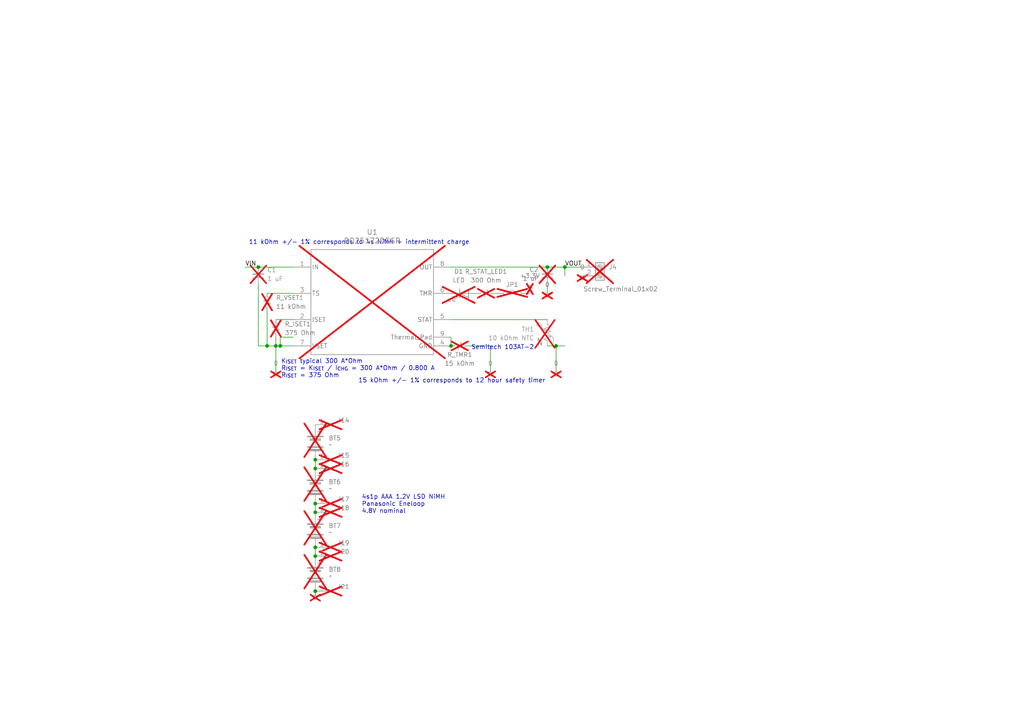
<source format=kicad_sch>
(kicad_sch (version 20231120) (generator "eeschema") (generator_version "8.0")
  (paper "A4")
  (lib_symbols
    (symbol "BQ25172:BQ25172DSGR" (pin_names (offset 0.254))
      (property "Reference" "U" (at 0 2.54 0))
      (property "Value" "BQ25172DSGR" (at 0 0 0))
      (symbol "BQ25172DSGR_0_1"
        (polyline (pts (xy 5.08 -25.4) (xy 40.64 -25.4)) (stroke (width 0.2032)))
        (polyline (pts (xy 5.08 5.08) (xy 5.08 -25.4)) (stroke (width 0.2032)))
        (polyline (pts (xy 40.64 -25.4) (xy 40.64 5.08)) (stroke (width 0.2032)))
        (polyline (pts (xy 40.64 5.08) (xy 5.08 5.08)) (stroke (width 0.2032)))
        (pin power_in line (at 0 0 0) (length 5.08) (name "IN") (number "1"))
        (pin power_in line (at 45.72 -22.86 180) (length 5.08) (name "GND") (number "4"))
        (pin input line (at 45.72 -7.62 180) (length 5.08) (name "TMR") (number "6"))
        (pin unspecified line (at 45.72 -20.32 180) (length 5.08) (name "Thermal_Pad") (number "9"))
      )
      (symbol "BQ25172DSGR_1_1"
        (pin input line (at 0 -15.24 0) (length 5.08) (name "ISET") (number "2"))
        (pin input line (at 0 -7.62 0) (length 5.08) (name "TS") (number "3"))
        (pin output line (at 45.72 -15.24 180) (length 5.08) (name "STAT") (number "5"))
        (pin input line (at 0 -22.86 0) (length 5.08) (name "VSET") (number "7"))
        (pin power_out line (at 45.72 0 180) (length 5.08) (name "OUT") (number "8"))
      )
    )
    (symbol "Connector:Conn_01x01_Socket" (pin_names (offset 1.016) hide)
      (property "Reference" "J" (at 0 2.54 0))
      (property "Value" "Conn_01x01_Socket" (at 0 -2.54 0))
      (symbol "Conn_01x01_Socket_1_1"
        (polyline (pts (xy -1.27 0) (xy -0.508 0)) (stroke (width 0.1524)))
        (arc (start 0 0.508) (mid -0.5058 0) (end 0 -0.508) (stroke (width 0.1524)))
        (pin passive line (at -5.08 0 0) (length 3.81) (name "Pin_1") (number "1"))
      )
    )
    (symbol "Connector:Screw_Terminal_01x02" (pin_names (offset 1.016) hide)
      (property "Reference" "J" (at 0 2.54 0))
      (property "Value" "Screw_Terminal_01x02" (at 0 -5.08 0))
      (symbol "Screw_Terminal_01x02_1_1"
        (rectangle (start -1.27 1.27) (end 1.27 -3.81) (stroke (width 0.254)) (fill (type background)))
        (circle (center 0 -2.54) (radius 0.635) (stroke (width 0.1524)))
        (polyline (pts (xy -0.5334 -2.2098) (xy 0.3302 -3.048)) (stroke (width 0.1524)))
        (polyline (pts (xy -0.5334 0.3302) (xy 0.3302 -0.508)) (stroke (width 0.1524)))
        (polyline (pts (xy -0.3556 -2.032) (xy 0.508 -2.8702)) (stroke (width 0.1524)))
        (polyline (pts (xy -0.3556 0.508) (xy 0.508 -0.3302)) (stroke (width 0.1524)))
        (circle (center 0 0) (radius 0.635) (stroke (width 0.1524)))
        (pin passive line (at -5.08 0 0) (length 3.81) (name "Pin_1") (number "1"))
        (pin passive line (at -5.08 -2.54 0) (length 3.81) (name "Pin_2") (number "2"))
      )
    )
    (symbol "Device:Battery" (pin_numbers hide) (pin_names (offset 0) hide)
      (property "Reference" "BT" (at 2.54 2.54 0))
      (property "Value" "Battery" (at 2.54 0 0))
      (symbol "Battery_0_1"
        (rectangle (start -2.286 -1.27) (end 2.286 -1.524) (fill (type outline)))
        (rectangle (start -2.286 1.778) (end 2.286 1.524) (fill (type outline)))
        (rectangle (start -1.524 -2.032) (end 1.524 -2.54) (fill (type outline)))
        (rectangle (start -1.524 1.016) (end 1.524 0.508) (fill (type outline)))
        (polyline (pts (xy 0 -1.016) (xy 0 -0.762)))
        (polyline (pts (xy 0 -0.508) (xy 0 -0.254)))
        (polyline (pts (xy 0 0) (xy 0 0.254)))
        (polyline (pts (xy 0 1.778) (xy 0 2.54)))
        (polyline (pts (xy 0.762 3.048) (xy 1.778 3.048)) (stroke (width 0.254)))
        (polyline (pts (xy 1.27 3.556) (xy 1.27 2.54)) (stroke (width 0.254)))
      )
      (symbol "Battery_1_1"
        (pin passive line (at 0 5.08 270) (length 2.54) (name "+") (number "1"))
        (pin passive line (at 0 -5.08 90) (length 2.54) (name "-") (number "2"))
      )
    )
    (symbol "Device:C_Polarized_Small_US" (pin_numbers hide) (pin_names (offset 0.254) hide)
      (property "Reference" "C" (at 0.254 1.778 0))
      (property "Value" "C_Polarized_Small_US" (at 0.254 -2.032 0))
      (symbol "C_Polarized_Small_US_0_1"
        (polyline (pts (xy -1.524 0.508) (xy 1.524 0.508)) (stroke (width 0.3048)))
        (polyline (pts (xy -1.27 1.524) (xy -0.762 1.524)))
        (polyline (pts (xy -1.016 1.27) (xy -1.016 1.778)))
        (arc (start 1.524 -0.762) (mid 0 -0.3734) (end -1.524 -0.762) (stroke (width 0.3048)))
      )
      (symbol "C_Polarized_Small_US_1_1"
        (pin passive line (at 0 2.54 270) (length 2.032) (name "~") (number "1"))
        (pin passive line (at 0 -2.54 90) (length 2.032) (name "~") (number "2"))
      )
    )
    (symbol "Device:LED" (pin_numbers hide) (pin_names (offset 1.016) hide)
      (property "Reference" "D" (at 0 2.54 0))
      (property "Value" "LED" (at 0 -2.54 0))
      (symbol "LED_0_1"
        (polyline (pts (xy -1.27 -1.27) (xy -1.27 1.27)) (stroke (width 0.254)))
        (polyline (pts (xy -1.27 0) (xy 1.27 0)))
        (polyline (pts (xy 1.27 -1.27) (xy 1.27 1.27) (xy -1.27 0) (xy 1.27 -1.27)) (stroke (width 0.254)))
        (polyline (pts (xy -3.048 -0.762) (xy -4.572 -2.286) (xy -3.81 -2.286) (xy -4.572 -2.286) (xy -4.572 -1.524)))
        (polyline (pts (xy -1.778 -0.762) (xy -3.302 -2.286) (xy -2.54 -2.286) (xy -3.302 -2.286) (xy -3.302 -1.524)))
      )
      (symbol "LED_1_1"
        (pin passive line (at -3.81 0 0) (length 2.54) (name "K") (number "1"))
        (pin passive line (at 3.81 0 180) (length 2.54) (name "A") (number "2"))
      )
    )
    (symbol "Device:R_Small_US" (pin_numbers hide) (pin_names (offset 0.254) hide)
      (property "Reference" "R" (at 0.762 0.508 0))
      (property "Value" "R_Small_US" (at 0.762 -1.016 0))
      (symbol "R_Small_US_1_1"
        (polyline (pts (xy 0 0) (xy 1.016 -0.381) (xy 0 -0.762) (xy -1.016 -1.143) (xy 0 -1.524)))
        (polyline (pts (xy 0 1.524) (xy 1.016 1.143) (xy 0 0.762) (xy -1.016 0.381) (xy 0 0)))
        (pin passive line (at 0 2.54 270) (length 1.016) (name "~") (number "1"))
        (pin passive line (at 0 -2.54 90) (length 1.016) (name "~") (number "2"))
      )
    )
    (symbol "Device:Thermistor_NTC_US" (pin_numbers hide) (pin_names (offset 0))
      (property "Reference" "TH" (at -4.445 0 90))
      (property "Value" "Thermistor_NTC_US" (at 3.175 0 90))
      (symbol "Thermistor_NTC_US_0_1"
        (arc (start -3.048 2.159) (mid -3.0495 2.3143) (end -3.175 2.413))
        (arc (start -3.048 2.159) (mid -2.9736 1.9794) (end -2.794 1.905))
        (arc (start -3.048 2.794) (mid -2.9736 2.6144) (end -2.794 2.54))
        (arc (start -2.794 1.905) (mid -2.6144 1.9794) (end -2.54 2.159))
        (arc (start -2.794 2.54) (mid -2.4393 2.5587) (end -2.159 2.794))
        (arc (start -2.794 3.048) (mid -2.9736 2.9736) (end -3.048 2.794))
        (arc (start -2.54 2.794) (mid -2.6144 2.9736) (end -2.794 3.048))
        (polyline (pts (xy -2.54 2.159) (xy -2.54 2.794)))
        (polyline (pts (xy 0 -2.286) (xy 0 -2.54)))
        (polyline (pts (xy 0 2.286) (xy 0 2.54)))
        (polyline (pts (xy -1.778 2.54) (xy -1.778 1.524) (xy 1.778 -1.524) (xy 1.778 -2.54)))
        (polyline (pts (xy 0 -0.762) (xy 1.016 -1.143) (xy 0 -1.524) (xy -1.016 -1.905) (xy 0 -2.286)))
        (polyline (pts (xy 0 0.762) (xy 1.016 0.381) (xy 0 0) (xy -1.016 -0.381) (xy 0 -0.762)))
        (polyline (pts (xy 0 2.286) (xy 1.016 1.905) (xy 0 1.524) (xy -1.016 1.143) (xy 0 0.762)))
        (polyline (pts (xy -2.54 -3.683) (xy -2.54 -1.397) (xy -2.794 -2.159) (xy -2.286 -2.159) (xy -2.54 -1.397) (xy -2.54 -1.651)) (fill (type outline)))
        (polyline (pts (xy -1.778 -1.397) (xy -1.778 -3.683) (xy -2.032 -2.921) (xy -1.524 -2.921) (xy -1.778 -3.683) (xy -1.778 -3.429)) (fill (type outline)))
      )
      (symbol "Thermistor_NTC_US_1_1"
        (pin passive line (at 0 3.81 270) (length 1.27) (name "~") (number "1"))
        (pin passive line (at 0 -3.81 90) (length 1.27) (name "~") (number "2"))
      )
    )
    (symbol "Jumper:Jumper_2_Bridged" (pin_numbers hide) (pin_names (offset 0) hide) (exclude_from_sim yes)
      (property "Reference" "JP" (at 0 1.905 0))
      (property "Value" "Jumper_2_Bridged" (at 0 -2.54 0))
      (symbol "Jumper_2_Bridged_0_0"
        (circle (center -2.032 0) (radius 0.508))
        (circle (center 2.032 0) (radius 0.508))
      )
      (symbol "Jumper_2_Bridged_0_1"
        (arc (start 1.524 0.254) (mid 0 0.762) (end -1.524 0.254))
      )
      (symbol "Jumper_2_Bridged_1_1"
        (pin passive line (at -5.08 0 0) (length 2.54) (name "A") (number "1"))
        (pin passive line (at 5.08 0 180) (length 2.54) (name "B") (number "2"))
      )
    )
    (symbol "Simulation_SPICE:0" (power) (pin_numbers hide) (pin_names (offset 0) hide)
      (property "Value" "0" (at 0 -2.54 0))
      (symbol "0_0_1"
        (polyline (pts (xy -1.27 0) (xy 0 -1.27) (xy 1.27 0) (xy -1.27 0)))
      )
      (symbol "0_1_1"
        (pin power_in line (at 0 0 0) (length 0) (name "~") (number "1"))
      )
    )
    (symbol "power:+3.3V" (power) (pin_numbers hide) (pin_names (offset 0) hide)
      (property "Value" "+3.3V" (at 0 3.556 0))
      (symbol "+3.3V_0_1"
        (polyline (pts (xy -0.762 1.27) (xy 0 2.54)))
        (polyline (pts (xy 0 0) (xy 0 2.54)))
        (polyline (pts (xy 0 2.54) (xy 0.762 1.27)))
      )
      (symbol "+3.3V_1_1"
        (pin power_in line (at 0 0 90) (length 0) (name "~") (number "1"))
      )
    )
  )
  (junction (at 130.81 100.33))
  (junction (at 81.28 100.33))
  (junction (at 91.44 146.05))
  (junction (at 74.93 77.47))
  (junction (at 161.29 100.33))
  (junction (at 91.44 158.75))
  (junction (at 163.83 77.47))
  (junction (at 91.44 161.29))
  (junction (at 77.47 100.33))
  (junction (at 158.75 77.47))
  (junction (at 91.44 133.35))
  (junction (at 91.44 148.59))
  (junction (at 91.44 171.45))
  (junction (at 91.44 135.89))
  (junction (at 80.01 100.33))
  (wire (pts (xy 161.29 100.33) (xy 161.29 107.95)))
  (wire (pts (xy 163.83 77.47) (xy 168.91 77.47)))
  (wire (pts (xy 130.81 92.71) (xy 158.75 92.71)))
  (wire (pts (xy 91.44 133.35) (xy 91.44 135.89)))
  (wire (pts (xy 74.93 100.33) (xy 77.47 100.33)))
  (wire (pts (xy 91.44 171.45) (xy 91.44 172.72)))
  (wire (pts (xy 80.01 100.33) (xy 80.01 107.95)))
  (wire (pts (xy 80.01 92.71) (xy 85.09 92.71)))
  (wire (pts (xy 85.09 97.79) (xy 81.28 97.79)))
  (wire (pts (xy 80.01 97.79) (xy 80.01 100.33)))
  (wire (pts (xy 158.75 77.47) (xy 163.83 77.47)))
  (wire (pts (xy 130.81 97.79) (xy 130.81 100.33)))
  (wire (pts (xy 158.75 82.55) (xy 158.75 85.09)))
  (wire (pts (xy 91.44 158.75) (xy 91.44 161.29)))
  (wire (pts (xy 81.28 97.79) (xy 81.28 100.33)))
  (wire (pts (xy 71.12 77.47) (xy 74.93 77.47)))
  (wire (pts (xy 80.01 100.33) (xy 81.28 100.33)))
  (wire (pts (xy 161.29 100.33) (xy 163.83 100.33)))
  (wire (pts (xy 158.75 100.33) (xy 161.29 100.33)))
  (wire (pts (xy 135.89 100.33) (xy 142.24 100.33)))
  (wire (pts (xy 81.28 100.33) (xy 85.09 100.33)))
  (wire (pts (xy 77.47 100.33) (xy 80.01 100.33)))
  (wire (pts (xy 74.93 77.47) (xy 85.09 77.47)))
  (wire (pts (xy 77.47 90.17) (xy 77.47 100.33)))
  (wire (pts (xy 77.47 85.09) (xy 85.09 85.09)))
  (wire (pts (xy 74.93 82.55) (xy 74.93 100.33)))
  (wire (pts (xy 142.24 100.33) (xy 142.24 107.95)))
  (wire (pts (xy 130.81 77.47) (xy 158.75 77.47)))
  (wire (pts (xy 91.44 146.05) (xy 91.44 148.59)))
  (wire (pts (xy 163.83 77.47) (xy 163.83 80.01)))
  (text "Semitech 103AT-2" (at 136.652 100.838 0) (effects (font (size 1.27 1.27)) (justify left)))
  (text "11 kOhm +/- 1% corresponds to 4s NiMH + intermittent charge" (at 72.136 70.358 0) (effects (font (size 1.27 1.27)) (justify left)))
  (text "4s1p AAA 1.2V LSD NiMH\nPanasonic Eneloop\n4.8V nominal" (at 104.902 146.304 0) (effects (font (size 1.27 1.27)) (justify left)))
  (text "K_{ISET} typical 300 A*Ohm\nR_{ISET} = K_{ISET} / I_{CHG} = 300 A*Ohm / 0.800 A\nR_{ISET} = 375 Ohm" (at 81.534 106.934 0) (effects (font (size 1.27 1.27)) (justify left)))
  (text "15 kOhm +/- 1% corresponds to 12 hour safety timer" (at 103.886 110.49 0) (effects (font (size 1.27 1.27)) (justify left)))
  (label "VIN" (at 71.12 77.47 0))
  (label "VOUT" (at 163.83 77.47 0))
  (symbol (lib_id "Device:R_Small_US") (at 77.47 87.63 0) (unit 1) (in_bom no) (on_board no) (dnp yes)
    (property "Reference" "R_VSET1" (at 80.01 86.3599 0) (effects (justify left)))
    (property "Value" "11 kOhm" (at 80.01 88.8999 0) (effects (justify left)))
    (property "Footprint" "Resistor_SMD:R_0603_1608Metric" (effects (hide yes)))
    (property "Description" "Resistor, small US symbol" (effects (hide yes)))
  )
  (symbol (lib_id "Simulation_SPICE:0") (at 168.91 80.01 0) (unit 1) (in_bom no) (on_board no) (dnp yes)
    (property "Reference" "#GND011" (effects (hide yes)))
    (property "Value" "0" (at 168.91 77.47 0))
    (property "Datasheet" "https://ngspice.sourceforge.io/docs/ngspice-html-manual/manual.xhtml#subsec_Circuit_elements__device" (effects (hide yes)))
    (property "Description" "0V reference potential for simulation" (effects (hide yes)))
  )
  (symbol (lib_id "Jumper:Jumper_2_Bridged") (at 148.59 85.09 0) (unit 1) (exclude_from_sim yes) (in_bom no) (on_board no) (dnp yes)
    (property "Reference" "JP1" (at 148.59 82.55 0))
    (property "Value" "Jumper_2_Bridged" (effects (hide yes)))
    (property "Footprint" "Connector_PinHeader_2.54mm:PinHeader_1x02_P2.54mm_Vertical" (effects (hide yes)))
    (property "Description" "Jumper, 2-pole, closed/bridged" (effects (hide yes)))
  )
  (symbol (lib_id "Simulation_SPICE:0") (at 161.29 107.95 0) (unit 1) (in_bom no) (on_board no) (dnp yes)
    (property "Reference" "#GND04" (effects (hide yes)))
    (property "Value" "0" (at 161.29 105.41 0))
    (property "Datasheet" "https://ngspice.sourceforge.io/docs/ngspice-html-manual/manual.xhtml#subsec_Circuit_elements__device" (effects (hide yes)))
    (property "Description" "0V reference potential for simulation" (effects (hide yes)))
  )
  (symbol (lib_id "power:+3.3V") (at 153.67 85.09 0) (unit 1) (in_bom no) (on_board no) (dnp yes)
    (property "Reference" "#PWR01" (effects (hide yes)))
    (property "Value" "+3.3V" (at 153.67 80.01 0))
    (property "Description" "Power symbol creates a global label with name \"+3.3V\"" (effects (hide yes)))
  )
  (symbol (lib_id "Connector:Conn_01x01_Socket") (at 96.52 161.29 0) (unit 1) (in_bom no) (on_board no) (dnp yes)
    (property "Reference" "J20" (at 97.79 160.0199 0) (effects (justify left)))
    (property "Value" "Conn_01x01_Socket" (effects (hide yes)))
    (property "Footprint" "Keystone82:BAT_82" (effects (hide yes)))
    (property "Description" "Generic connector, single row, 01x01, script generated" (effects (hide yes)))
  )
  (symbol (lib_id "Connector:Conn_01x01_Socket") (at 96.52 133.35 0) (unit 1) (in_bom no) (on_board no) (dnp yes)
    (property "Reference" "J15" (at 97.79 132.0799 0) (effects (justify left)))
    (property "Value" "Conn_01x01_Socket" (effects (hide yes)))
    (property "Footprint" "Keystone82:BAT_82" (effects (hide yes)))
    (property "Description" "Generic connector, single row, 01x01, script generated" (effects (hide yes)))
  )
  (symbol (lib_id "Simulation_SPICE:0") (at 80.01 107.95 0) (unit 1) (in_bom no) (on_board no) (dnp yes)
    (property "Reference" "#GND01" (effects (hide yes)))
    (property "Value" "0" (at 80.01 105.41 0))
    (property "Datasheet" "https://ngspice.sourceforge.io/docs/ngspice-html-manual/manual.xhtml#subsec_Circuit_elements__device" (effects (hide yes)))
    (property "Description" "0V reference potential for simulation" (effects (hide yes)))
  )
  (symbol (lib_id "Device:C_Polarized_Small_US") (at 158.75 80.01 0) (unit 1) (in_bom no) (on_board no) (dnp yes)
    (property "Reference" "C2" (at 156.21 78.232 0) (effects (justify right)))
    (property "Value" "1 uF" (at 156.21 80.772 0) (effects (justify right)))
    (property "Footprint" "Capacitor_SMD:CP_Elec_5x3" (effects (hide yes)))
    (property "Description" "Polarized capacitor, small US symbol" (effects (hide yes)))
  )
  (symbol (lib_id "Simulation_SPICE:0") (at 158.75 85.09 0) (unit 1) (in_bom no) (on_board no) (dnp yes)
    (property "Reference" "#GND03" (effects (hide yes)))
    (property "Value" "0" (at 158.75 82.55 0))
    (property "Datasheet" "https://ngspice.sourceforge.io/docs/ngspice-html-manual/manual.xhtml#subsec_Circuit_elements__device" (effects (hide yes)))
    (property "Description" "0V reference potential for simulation" (effects (hide yes)))
  )
  (symbol (lib_id "Device:LED") (at 134.62 85.09 0) (unit 1) (in_bom no) (on_board no) (dnp yes)
    (property "Reference" "D1" (at 133.0325 78.74 0))
    (property "Value" "LED" (at 133.0325 81.28 0))
    (property "Footprint" "LED_SMD:LED_0603_1608Metric" (effects (hide yes)))
    (property "Description" "Light emitting diode" (effects (hide yes)))
  )
  (symbol (lib_id "BQ25172:BQ25172DSGR") (at 85.09 77.47 0) (unit 1) (in_bom no) (on_board no) (dnp yes)
    (property "Reference" "U1" (at 107.95 67.31 0) (effects (font (size 1.524 1.524))))
    (property "Value" "BQ25172DSGR" (at 107.95 69.85 0) (effects (font (size 1.524 1.524))))
    (property "Footprint" "DSG0008A-IPC_A" (effects (hide yes)))
    (property "Datasheet" "BQ25172DSGR" (effects (hide yes)))
  )
  (symbol (lib_id "Connector:Conn_01x01_Socket") (at 96.52 135.89 0) (unit 1) (in_bom no) (on_board no) (dnp yes)
    (property "Reference" "J16" (at 97.79 134.6199 0) (effects (justify left)))
    (property "Value" "Conn_01x01_Socket" (effects (hide yes)))
    (property "Footprint" "Keystone82:BAT_82" (effects (hide yes)))
    (property "Description" "Generic connector, single row, 01x01, script generated" (effects (hide yes)))
  )
  (symbol (lib_id "Simulation_SPICE:0") (at 91.44 172.72 0) (unit 1) (in_bom no) (on_board no) (dnp yes)
    (property "Reference" "#GND034" (effects (hide yes)))
    (property "Value" "0" (effects (hide yes)))
    (property "Datasheet" "https://ngspice.sourceforge.io/docs/ngspice-html-manual/manual.xhtml#subsec_Circuit_elements__device" (effects (hide yes)))
    (property "Description" "0V reference potential for simulation" (effects (hide yes)))
  )
  (symbol (lib_id "Connector:Conn_01x01_Socket") (at 96.52 146.05 0) (unit 1) (in_bom no) (on_board no) (dnp yes)
    (property "Reference" "J17" (at 97.79 144.7799 0) (effects (justify left)))
    (property "Value" "Conn_01x01_Socket" (effects (hide yes)))
    (property "Footprint" "Keystone82:BAT_82" (effects (hide yes)))
    (property "Description" "Generic connector, single row, 01x01, script generated" (effects (hide yes)))
  )
  (symbol (lib_id "Device:Battery") (at 91.44 153.67 0) (unit 1) (in_bom no) (on_board no) (dnp yes)
    (property "Reference" "BT7" (at 95.25 152.4634 0) (effects (justify left)))
    (property "Value" "~" (at 95.25 154.3685 0) (effects (justify left)))
    (property "Footprint" "Battery:BatteryHolder_Keystone_2468_2xAAA" (effects (hide yes)))
    (property "Description" "Multiple-cell battery" (effects (hide yes)))
  )
  (symbol (lib_id "Connector:Conn_01x01_Socket") (at 96.52 148.59 0) (unit 1) (in_bom no) (on_board no) (dnp yes)
    (property "Reference" "J18" (at 97.79 147.3199 0) (effects (justify left)))
    (property "Value" "Conn_01x01_Socket" (effects (hide yes)))
    (property "Footprint" "Keystone82:BAT_82" (effects (hide yes)))
    (property "Description" "Generic connector, single row, 01x01, script generated" (effects (hide yes)))
  )
  (symbol (lib_id "Connector:Conn_01x01_Socket") (at 96.52 158.75 0) (unit 1) (in_bom no) (on_board no) (dnp yes)
    (property "Reference" "J19" (at 97.79 157.4799 0) (effects (justify left)))
    (property "Value" "Conn_01x01_Socket" (effects (hide yes)))
    (property "Footprint" "Keystone82:BAT_82" (effects (hide yes)))
    (property "Description" "Generic connector, single row, 01x01, script generated" (effects (hide yes)))
  )
  (symbol (lib_id "Device:R_Small_US") (at 140.97 85.09 90) (unit 1) (in_bom no) (on_board no) (dnp yes)
    (property "Reference" "R_STAT_LED1" (at 140.97 78.74 90))
    (property "Value" "300 Ohm" (at 140.97 81.28 90))
    (property "Footprint" "Resistor_SMD:R_0603_1608Metric" (effects (hide yes)))
    (property "Description" "Resistor, small US symbol" (effects (hide yes)))
  )
  (symbol (lib_id "Connector:Conn_01x01_Socket") (at 96.52 171.45 0) (unit 1) (in_bom no) (on_board no) (dnp yes)
    (property "Reference" "J21" (at 97.79 170.1799 0) (effects (justify left)))
    (property "Value" "Conn_01x01_Socket" (effects (hide yes)))
    (property "Footprint" "Keystone82:BAT_82" (effects (hide yes)))
    (property "Description" "Generic connector, single row, 01x01, script generated" (effects (hide yes)))
  )
  (symbol (lib_id "Connector:Conn_01x01_Socket") (at 96.52 123.19 0) (unit 1) (in_bom no) (on_board no) (dnp yes)
    (property "Reference" "J14" (at 97.79 121.9199 0) (effects (justify left)))
    (property "Value" "Conn_01x01_Socket" (effects (hide yes)))
    (property "Footprint" "Keystone82:BAT_82" (effects (hide yes)))
    (property "Description" "Generic connector, single row, 01x01, script generated" (effects (hide yes)))
  )
  (symbol (lib_id "Device:R_Small_US") (at 133.35 100.33 90) (unit 1) (in_bom no) (on_board no) (dnp yes)
    (property "Reference" "R_TMR1" (at 133.35 102.87 90))
    (property "Value" "15 kOhm" (at 133.35 105.41 90))
    (property "Footprint" "Resistor_SMD:R_0603_1608Metric" (effects (hide yes)))
    (property "Description" "Resistor, small US symbol" (effects (hide yes)))
  )
  (symbol (lib_id "Device:Battery") (at 91.44 166.37 0) (unit 1) (in_bom no) (on_board no) (dnp yes)
    (property "Reference" "BT8" (at 95.25 165.1634 0) (effects (justify left)))
    (property "Value" "~" (at 95.25 167.0685 0) (effects (justify left)))
    (property "Footprint" "Battery:BatteryHolder_Keystone_2468_2xAAA" (effects (hide yes)))
    (property "Description" "Multiple-cell battery" (effects (hide yes)))
  )
  (symbol (lib_id "Connector:Screw_Terminal_01x02") (at 173.99 77.47 0) (unit 1) (in_bom no) (on_board no) (dnp yes)
    (property "Reference" "J4" (at 176.53 77.4699 0) (effects (justify left)))
    (property "Value" "Screw_Terminal_01x02" (at 169.164 83.82 0) (effects (justify left)))
    (property "Footprint" "TerminalBlock_Phoenix:TerminalBlock_Phoenix_MKDS-1,5-2-5.08_1x02_P5.08mm_Horizontal" (effects (hide yes)))
    (property "Description" "Generic screw terminal, single row, 01x02, script generated (kicad-library-utils/schlib/autogen/connector/)" (effects (hide yes)))
  )
  (symbol (lib_id "Device:Battery") (at 91.44 140.97 0) (unit 1) (in_bom no) (on_board no) (dnp yes)
    (property "Reference" "BT6" (at 95.25 139.7634 0) (effects (justify left)))
    (property "Value" "~" (at 95.25 141.6685 0) (effects (justify left)))
    (property "Footprint" "Battery:BatteryHolder_Keystone_2468_2xAAA" (effects (hide yes)))
    (property "Description" "Multiple-cell battery" (effects (hide yes)))
  )
  (symbol (lib_id "Device:C_Polarized_Small_US") (at 74.93 80.01 0) (unit 1) (in_bom no) (on_board no) (dnp yes)
    (property "Reference" "C1" (at 77.47 78.3081 0) (effects (justify left)))
    (property "Value" "1 uF" (at 77.47 80.8481 0) (effects (justify left)))
    (property "Footprint" "Capacitor_SMD:CP_Elec_5x3" (effects (hide yes)))
    (property "Description" "Polarized capacitor, small US symbol" (effects (hide yes)))
  )
  (symbol (lib_id "Device:Battery") (at 91.44 128.27 0) (unit 1) (in_bom no) (on_board no) (dnp yes)
    (property "Reference" "BT5" (at 95.25 127.0634 0) (effects (justify left)))
    (property "Value" "~" (at 95.25 128.9685 0) (effects (justify left)))
    (property "Footprint" "Battery:BatteryHolder_Keystone_2468_2xAAA" (effects (hide yes)))
    (property "Description" "Multiple-cell battery" (effects (hide yes)))
  )
  (symbol (lib_id "Simulation_SPICE:0") (at 142.24 107.95 0) (unit 1) (in_bom no) (on_board no) (dnp yes)
    (property "Reference" "#GND02" (effects (hide yes)))
    (property "Value" "0" (at 142.24 105.41 0))
    (property "Datasheet" "https://ngspice.sourceforge.io/docs/ngspice-html-manual/manual.xhtml#subsec_Circuit_elements__device" (effects (hide yes)))
    (property "Description" "0V reference potential for simulation" (effects (hide yes)))
  )
  (symbol (lib_id "Device:R_Small_US") (at 80.01 95.25 0) (unit 1) (in_bom no) (on_board no) (dnp yes)
    (property "Reference" "R_ISET1" (at 82.55 93.9799 0) (effects (justify left)))
    (property "Value" "375 Ohm" (at 82.55 96.5199 0) (effects (justify left)))
    (property "Footprint" "Resistor_SMD:R_0603_1608Metric" (effects (hide yes)))
    (property "Description" "Resistor, small US symbol" (effects (hide yes)))
  )
  (symbol (lib_id "Device:Thermistor_NTC_US") (at 158.75 96.52 0) (unit 1) (in_bom no) (on_board no) (dnp yes)
    (property "Reference" "TH1" (at 154.94 95.504 0) (effects (justify right)))
    (property "Value" "10 kOhm NTC" (at 154.94 98.044 0) (effects (justify right)))
    (property "Footprint" "Connector_PinHeader_2.54mm:PinHeader_1x02_P2.54mm_Vertical" (effects (hide yes)))
    (property "Description" "Temperature dependent resistor, negative temperature coefficient, US symbol" (effects (hide yes)))
  )
)
</source>
